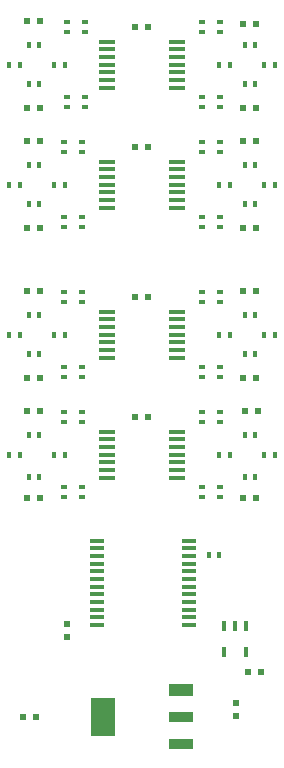
<source format=gtp>
G04 #@! TF.GenerationSoftware,KiCad,Pcbnew,(5.1.8-0-10_14)*
G04 #@! TF.CreationDate,2020-12-29T19:16:56-08:00*
G04 #@! TF.ProjectId,ADC,4144432e-6b69-4636-9164-5f7063625858,rev?*
G04 #@! TF.SameCoordinates,Original*
G04 #@! TF.FileFunction,Paste,Top*
G04 #@! TF.FilePolarity,Positive*
%FSLAX46Y46*%
G04 Gerber Fmt 4.6, Leading zero omitted, Abs format (unit mm)*
G04 Created by KiCad (PCBNEW (5.1.8-0-10_14)) date 2020-12-29 19:16:56*
%MOMM*%
%LPD*%
G01*
G04 APERTURE LIST*
%ADD10R,0.400000X0.600000*%
%ADD11R,0.600000X0.400000*%
%ADD12R,0.600000X0.500000*%
%ADD13R,1.450000X0.450000*%
%ADD14R,0.500000X0.600000*%
%ADD15R,1.250000X0.400000*%
%ADD16R,2.150000X3.250000*%
%ADD17R,2.150000X0.950000*%
%ADD18R,2.032000X1.016000*%
%ADD19R,0.450000X0.950000*%
G04 APERTURE END LIST*
D10*
X132784000Y-93980000D03*
X131884000Y-93980000D03*
D11*
X118110000Y-84640000D03*
X118110000Y-85540000D03*
X129794000Y-62680000D03*
X129794000Y-61780000D03*
X118110000Y-94800000D03*
X118110000Y-95700000D03*
D10*
X113596000Y-93980000D03*
X114496000Y-93980000D03*
D12*
X132165000Y-110490000D03*
X133265000Y-110490000D03*
X114215000Y-114300000D03*
X113115000Y-114300000D03*
X122640000Y-55880000D03*
X123740000Y-55880000D03*
X114596000Y-55372000D03*
X113496000Y-55372000D03*
X131784000Y-62738000D03*
X132884000Y-62738000D03*
X131784000Y-55626000D03*
X132884000Y-55626000D03*
X122640000Y-66040000D03*
X123740000Y-66040000D03*
X114596000Y-65532000D03*
X113496000Y-65532000D03*
X114596000Y-72898000D03*
X113496000Y-72898000D03*
X131784000Y-72898000D03*
X132884000Y-72898000D03*
X131784000Y-65532000D03*
X132884000Y-65532000D03*
X122640000Y-78740000D03*
X123740000Y-78740000D03*
X114596000Y-78232000D03*
X113496000Y-78232000D03*
X114596000Y-85598000D03*
X113496000Y-85598000D03*
X131784000Y-85598000D03*
X132884000Y-85598000D03*
X131784000Y-78232000D03*
X132884000Y-78232000D03*
X122640000Y-88900000D03*
X123740000Y-88900000D03*
X114596000Y-88392000D03*
X113496000Y-88392000D03*
X114596000Y-95758000D03*
X113496000Y-95758000D03*
X131784000Y-95758000D03*
X132884000Y-95758000D03*
D10*
X129736000Y-100584000D03*
X128836000Y-100584000D03*
X112845000Y-59055000D03*
X111945000Y-59055000D03*
X114496000Y-57404000D03*
X113596000Y-57404000D03*
D11*
X118364000Y-56330000D03*
X118364000Y-55430000D03*
X116840000Y-55430000D03*
X116840000Y-56330000D03*
D10*
X116655000Y-59055000D03*
X115755000Y-59055000D03*
X113596000Y-60706000D03*
X114496000Y-60706000D03*
D11*
X118364000Y-61780000D03*
X118364000Y-62680000D03*
X116840000Y-62680000D03*
X116840000Y-61780000D03*
D10*
X129725000Y-59055000D03*
X130625000Y-59055000D03*
X132784000Y-60706000D03*
X131884000Y-60706000D03*
D11*
X128270000Y-61780000D03*
X128270000Y-62680000D03*
D10*
X133535000Y-59055000D03*
X134435000Y-59055000D03*
X132784000Y-57404000D03*
X131884000Y-57404000D03*
D11*
X128270000Y-56330000D03*
X128270000Y-55430000D03*
X129794000Y-55430000D03*
X129794000Y-56330000D03*
D10*
X112845000Y-69215000D03*
X111945000Y-69215000D03*
X114496000Y-67564000D03*
X113596000Y-67564000D03*
D11*
X118110000Y-66490000D03*
X118110000Y-65590000D03*
X116586000Y-65590000D03*
X116586000Y-66490000D03*
D10*
X116655000Y-69215000D03*
X115755000Y-69215000D03*
X113596000Y-70866000D03*
X114496000Y-70866000D03*
D11*
X118110000Y-71940000D03*
X118110000Y-72840000D03*
X116586000Y-72840000D03*
X116586000Y-71940000D03*
D10*
X129725000Y-69215000D03*
X130625000Y-69215000D03*
X132784000Y-70866000D03*
X131884000Y-70866000D03*
D11*
X128270000Y-71940000D03*
X128270000Y-72840000D03*
X129794000Y-72840000D03*
X129794000Y-71940000D03*
D10*
X133535000Y-69215000D03*
X134435000Y-69215000D03*
X132784000Y-67564000D03*
X131884000Y-67564000D03*
D11*
X128270000Y-66490000D03*
X128270000Y-65590000D03*
X129794000Y-65590000D03*
X129794000Y-66490000D03*
D10*
X112845000Y-81915000D03*
X111945000Y-81915000D03*
X114496000Y-80264000D03*
X113596000Y-80264000D03*
D11*
X118110000Y-79190000D03*
X118110000Y-78290000D03*
X116586000Y-78290000D03*
X116586000Y-79190000D03*
D10*
X116655000Y-81915000D03*
X115755000Y-81915000D03*
X113596000Y-83566000D03*
X114496000Y-83566000D03*
D11*
X116586000Y-85540000D03*
X116586000Y-84640000D03*
D10*
X129725000Y-81915000D03*
X130625000Y-81915000D03*
X132784000Y-83566000D03*
X131884000Y-83566000D03*
D11*
X128270000Y-84640000D03*
X128270000Y-85540000D03*
X129794000Y-85540000D03*
X129794000Y-84640000D03*
D10*
X134435000Y-81915000D03*
X133535000Y-81915000D03*
X132784000Y-80264000D03*
X131884000Y-80264000D03*
D11*
X128270000Y-79190000D03*
X128270000Y-78290000D03*
X129794000Y-78290000D03*
X129794000Y-79190000D03*
D10*
X112845000Y-92075000D03*
X111945000Y-92075000D03*
X114496000Y-90424000D03*
X113596000Y-90424000D03*
D11*
X118110000Y-89350000D03*
X118110000Y-88450000D03*
X116586000Y-88450000D03*
X116586000Y-89350000D03*
D10*
X116655000Y-92075000D03*
X115755000Y-92075000D03*
D11*
X116586000Y-95700000D03*
X116586000Y-94800000D03*
D10*
X129725000Y-92075000D03*
X130625000Y-92075000D03*
D11*
X128270000Y-94800000D03*
X128270000Y-95700000D03*
X129794000Y-95700000D03*
X129794000Y-94800000D03*
D10*
X134435000Y-92075000D03*
X133535000Y-92075000D03*
X132784000Y-90424000D03*
X131884000Y-90424000D03*
D11*
X128270000Y-89350000D03*
X128270000Y-88450000D03*
X129794000Y-88450000D03*
X129794000Y-89350000D03*
D13*
X126140000Y-57105000D03*
X120240000Y-57105000D03*
X126140000Y-57755000D03*
X120240000Y-57755000D03*
X126140000Y-58405000D03*
X120240000Y-58405000D03*
X126140000Y-59055000D03*
X120240000Y-59055000D03*
X126140000Y-59705000D03*
X120240000Y-59705000D03*
X126140000Y-60355000D03*
X120240000Y-60355000D03*
X126140000Y-61005000D03*
X120240000Y-61005000D03*
X126140000Y-67265000D03*
X120240000Y-67265000D03*
X126140000Y-67915000D03*
X120240000Y-67915000D03*
X126140000Y-68565000D03*
X120240000Y-68565000D03*
X126140000Y-69215000D03*
X120240000Y-69215000D03*
X126140000Y-69865000D03*
X120240000Y-69865000D03*
X126140000Y-70515000D03*
X120240000Y-70515000D03*
X126140000Y-71165000D03*
X120240000Y-71165000D03*
X126140000Y-79965000D03*
X120240000Y-79965000D03*
X126140000Y-80615000D03*
X120240000Y-80615000D03*
X126140000Y-81265000D03*
X120240000Y-81265000D03*
X126140000Y-81915000D03*
X120240000Y-81915000D03*
X126140000Y-82565000D03*
X120240000Y-82565000D03*
X126140000Y-83215000D03*
X120240000Y-83215000D03*
X126140000Y-83865000D03*
X120240000Y-83865000D03*
X126140000Y-90125000D03*
X120240000Y-90125000D03*
X126140000Y-90775000D03*
X120240000Y-90775000D03*
X126140000Y-91425000D03*
X120240000Y-91425000D03*
X126140000Y-92075000D03*
X120240000Y-92075000D03*
X126140000Y-92725000D03*
X120240000Y-92725000D03*
X126140000Y-93375000D03*
X120240000Y-93375000D03*
X126140000Y-94025000D03*
X120240000Y-94025000D03*
D14*
X116840000Y-106447500D03*
X116840000Y-107547500D03*
X131127500Y-113115000D03*
X131127500Y-114215000D03*
D12*
X131922000Y-88392000D03*
X133022000Y-88392000D03*
D15*
X119360000Y-106505000D03*
X127160000Y-106505000D03*
X119360000Y-105855000D03*
X127160000Y-105855000D03*
X119360000Y-105205000D03*
X127160000Y-105205000D03*
X119360000Y-104555000D03*
X127160000Y-104555000D03*
X119360000Y-103905000D03*
X127160000Y-103905000D03*
X119360000Y-103255000D03*
X127160000Y-103255000D03*
X119360000Y-102605000D03*
X127160000Y-102605000D03*
X119360000Y-101955000D03*
X127160000Y-101955000D03*
X119360000Y-101305000D03*
X127160000Y-101305000D03*
X119360000Y-100655000D03*
X127160000Y-100655000D03*
X119360000Y-100005000D03*
X127160000Y-100005000D03*
X119360000Y-99355000D03*
X127160000Y-99355000D03*
D16*
X119888000Y-114300000D03*
D17*
X126492000Y-114300000D03*
D18*
X126492000Y-112014000D03*
D17*
X126492000Y-116586000D03*
D12*
X114596000Y-62738000D03*
X113496000Y-62738000D03*
D19*
X132014000Y-108820000D03*
X132014000Y-106620000D03*
X131064000Y-106620000D03*
X130114000Y-108820000D03*
X130114000Y-106620000D03*
M02*

</source>
